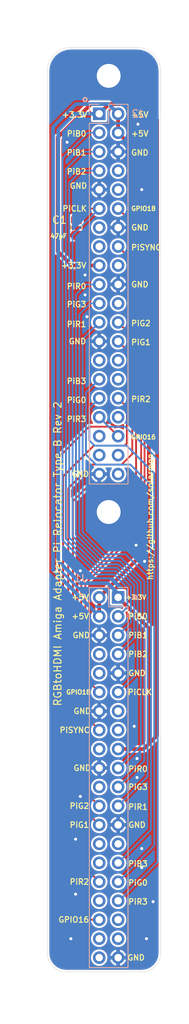
<source format=kicad_pcb>
(kicad_pcb (version 20171130) (host pcbnew "(5.1.9)-1")
  (title_block (title "RGBtoHDMI Amiga Adapter - Pi Relocator Type B Rev 2") (date 2021-04-11) (rev 2))
  (layers (0 F.Cu signal) (31 B.Cu signal) (34 B.Paste user) (35 F.Paste user) (36 B.SilkS user) (37 F.SilkS user) (38 B.Mask user) (39 F.Mask user) (44 Edge.Cuts user))
  (net 0 "")
  (net 1 GND)
  (net 2 "Net-(J1-Pad40)")
  (net 3 "Net-(J1-Pad38)")
  (net 4 "Net-(J1-Pad37)")
  (net 5 "Net-(J1-Pad35)")
  (net 6 "Net-(J1-Pad34)")
  (net 7 "Net-(J1-Pad30)")
  (net 8 "Net-(J1-Pad28)")
  (net 9 "Net-(J1-Pad27)")
  (net 10 "Net-(J1-Pad22)")
  (net 11 "Net-(J1-Pad18)")
  (net 12 "Net-(J1-Pad10)")
  (net 13 "Net-(J1-Pad8)")
  (net 14 "Net-(J2-Pad40)")
  (net 15 "Net-(J2-Pad38)")
  (net 16 "Net-(J2-Pad37)")
  (net 17 "Net-(J2-Pad35)")
  (net 18 "Net-(J2-Pad34)")
  (net 19 "Net-(J2-Pad30)")
  (net 20 "Net-(J2-Pad28)")
  (net 21 "Net-(J2-Pad27)")
  (net 22 "Net-(J2-Pad22)")
  (net 23 "Net-(J2-Pad18)")
  (net 24 "Net-(J2-Pad15)")
  (net 25 "Net-(J2-Pad13)")
  (net 26 "Net-(J2-Pad10)")
  (net 27 "Net-(J2-Pad8)")
  (net 28 "Net-(J1-Pad15)")
  (net 29 "Net-(J1-Pad13)")
  (net 30 +5V)
  (net 31 GPIO16)
  (net 32 PiR3)
  (net 33 PiR2)
  (net 34 PiG0)
  (net 35 PiB3)
  (net 36 PiG1)
  (net 37 PiG2)
  (net 38 PiR1)
  (net 39 PiG3)
  (net 40 PiR0)
  (net 41 PiSYNC)
  (net 42 GPIO18)
  (net 43 PiCLK)
  (net 44 PiB2)
  (net 45 PiB1)
  (net 46 PiB0)
  (net 47 +3V3)
  (module Capacitor_SMD:C_0805_2012Metric_Pad1.18x1.45mm_HandSolder (layer F.Cu) (at 129.667 58.42 90)
    (fp_text reference C1 (at 1.016 -2.286 180) (layer F.SilkS))
    (fp_text value 47pF (at -1.143 -2.413 180) (layer F.SilkS) (effects (font (size 0.6 0.6))))
    (fp_line (start -0.261252 -0.735) (end 0.261252 -0.735) (layer F.SilkS) (width 0.12))
    (fp_line (start -0.261252 0.735) (end 0.261252 0.735) (layer F.SilkS) (width 0.12))
    (pad 2 smd roundrect (at 1.0375 0 90) (size 1.175 1.45) (layers F.Cu F.Paste F.Mask) (roundrect_rratio 0.2127659574468085) (net 43 PiCLK))
    (pad 1 smd roundrect (at -1.0375 0 90) (size 1.175 1.45) (layers F.Cu F.Paste F.Mask) (roundrect_rratio 0.2127659574468085) (net 1 GND))
  )
  (module Connector_PinSocket_2.54mm:PinSocket_2x20_P2.54mm_Vertical (layer B.Cu) (at 132.715 43.18 180)
    (fp_text reference J2 (at -5.207 0) (layer B.SilkS) (effects (justify mirror)))
    (fp_text value Conn_02x20_Odd_Even hide)
    (fp_line (start -3.87 1.27) (end -1.27 1.27) (layer B.SilkS) (width 0.12))
    (fp_line (start -3.87 1.27) (end -3.87 -49.59) (layer B.SilkS) (width 0.12))
    (fp_line (start -3.87 -49.59) (end 1.33 -49.59) (layer B.SilkS) (width 0.12))
    (fp_line (start 1.33 -1.27) (end 1.33 -49.59) (layer B.SilkS) (width 0.12))
    (fp_line (start -1.27 -1.27) (end 1.33 -1.27) (layer B.SilkS) (width 0.12))
    (fp_line (start -1.27 1.27) (end -1.27 -1.27) (layer B.SilkS) (width 0.12))
    (fp_line (start 1.33 1.27) (end 1.33 -0.06) (layer B.SilkS) (width 0.12))
    (fp_line (start 0 1.27) (end 1.33 1.27) (layer B.SilkS) (width 0.12))
    (pad 40 thru_hole oval (at -2.54 -48.26 180) (size 1.7 1.7) (drill 1) (layers *.Cu *.Mask) (net 14 "Net-(J2-Pad40)"))
    (pad 39 thru_hole oval (at 0 -48.26 180) (size 1.7 1.7) (drill 1) (layers *.Cu *.Mask) (net 1 GND))
    (pad 38 thru_hole oval (at -2.54 -45.72 180) (size 1.7 1.7) (drill 1) (layers *.Cu *.Mask) (net 15 "Net-(J2-Pad38)"))
    (pad 37 thru_hole oval (at 0 -45.72 180) (size 1.7 1.7) (drill 1) (layers *.Cu *.Mask) (net 16 "Net-(J2-Pad37)"))
    (pad 36 thru_hole oval (at -2.54 -43.18 180) (size 1.7 1.7) (drill 1) (layers *.Cu *.Mask) (net 31 GPIO16))
    (pad 35 thru_hole oval (at 0 -43.18 180) (size 1.7 1.7) (drill 1) (layers *.Cu *.Mask) (net 17 "Net-(J2-Pad35)"))
    (pad 34 thru_hole oval (at -2.54 -40.64 180) (size 1.7 1.7) (drill 1) (layers *.Cu *.Mask) (net 18 "Net-(J2-Pad34)"))
    (pad 33 thru_hole oval (at 0 -40.64 180) (size 1.7 1.7) (drill 1) (layers *.Cu *.Mask) (net 32 PiR3))
    (pad 32 thru_hole oval (at -2.54 -38.1 180) (size 1.7 1.7) (drill 1) (layers *.Cu *.Mask) (net 33 PiR2))
    (pad 31 thru_hole oval (at 0 -38.1 180) (size 1.7 1.7) (drill 1) (layers *.Cu *.Mask) (net 34 PiG0))
    (pad 30 thru_hole oval (at -2.54 -35.56 180) (size 1.7 1.7) (drill 1) (layers *.Cu *.Mask) (net 19 "Net-(J2-Pad30)"))
    (pad 29 thru_hole oval (at 0 -35.56 180) (size 1.7 1.7) (drill 1) (layers *.Cu *.Mask) (net 35 PiB3))
    (pad 28 thru_hole oval (at -2.54 -33.02 180) (size 1.7 1.7) (drill 1) (layers *.Cu *.Mask) (net 20 "Net-(J2-Pad28)"))
    (pad 27 thru_hole oval (at 0 -33.02 180) (size 1.7 1.7) (drill 1) (layers *.Cu *.Mask) (net 21 "Net-(J2-Pad27)"))
    (pad 26 thru_hole oval (at -2.54 -30.48 180) (size 1.7 1.7) (drill 1) (layers *.Cu *.Mask) (net 36 PiG1))
    (pad 25 thru_hole oval (at 0 -30.48 180) (size 1.7 1.7) (drill 1) (layers *.Cu *.Mask) (net 1 GND))
    (pad 24 thru_hole oval (at -2.54 -27.94 180) (size 1.7 1.7) (drill 1) (layers *.Cu *.Mask) (net 37 PiG2))
    (pad 23 thru_hole oval (at 0 -27.94 180) (size 1.7 1.7) (drill 1) (layers *.Cu *.Mask) (net 38 PiR1))
    (pad 22 thru_hole oval (at -2.54 -25.4 180) (size 1.7 1.7) (drill 1) (layers *.Cu *.Mask) (net 22 "Net-(J2-Pad22)"))
    (pad 21 thru_hole oval (at 0 -25.4 180) (size 1.7 1.7) (drill 1) (layers *.Cu *.Mask) (net 39 PiG3))
    (pad 20 thru_hole oval (at -2.54 -22.86 180) (size 1.7 1.7) (drill 1) (layers *.Cu *.Mask) (net 1 GND))
    (pad 19 thru_hole oval (at 0 -22.86 180) (size 1.7 1.7) (drill 1) (layers *.Cu *.Mask) (net 40 PiR0))
    (pad 18 thru_hole oval (at -2.54 -20.32 180) (size 1.7 1.7) (drill 1) (layers *.Cu *.Mask) (net 23 "Net-(J2-Pad18)"))
    (pad 17 thru_hole oval (at 0 -20.32 180) (size 1.7 1.7) (drill 1) (layers *.Cu *.Mask) (net 47 +3V3))
    (pad 16 thru_hole oval (at -2.54 -17.78 180) (size 1.7 1.7) (drill 1) (layers *.Cu *.Mask) (net 41 PiSYNC))
    (pad 15 thru_hole oval (at 0 -17.78 180) (size 1.7 1.7) (drill 1) (layers *.Cu *.Mask) (net 24 "Net-(J2-Pad15)"))
    (pad 14 thru_hole oval (at -2.54 -15.24 180) (size 1.7 1.7) (drill 1) (layers *.Cu *.Mask) (net 1 GND))
    (pad 13 thru_hole oval (at 0 -15.24 180) (size 1.7 1.7) (drill 1) (layers *.Cu *.Mask) (net 25 "Net-(J2-Pad13)"))
    (pad 12 thru_hole oval (at -2.54 -12.7 180) (size 1.7 1.7) (drill 1) (layers *.Cu *.Mask) (net 42 GPIO18))
    (pad 11 thru_hole oval (at 0 -12.7 180) (size 1.7 1.7) (drill 1) (layers *.Cu *.Mask) (net 43 PiCLK))
    (pad 10 thru_hole oval (at -2.54 -10.16 180) (size 1.7 1.7) (drill 1) (layers *.Cu *.Mask) (net 26 "Net-(J2-Pad10)"))
    (pad 9 thru_hole oval (at 0 -10.16 180) (size 1.7 1.7) (drill 1) (layers *.Cu *.Mask) (net 1 GND))
    (pad 8 thru_hole oval (at -2.54 -7.62 180) (size 1.7 1.7) (drill 1) (layers *.Cu *.Mask) (net 27 "Net-(J2-Pad8)"))
    (pad 7 thru_hole oval (at 0 -7.62 180) (size 1.7 1.7) (drill 1) (layers *.Cu *.Mask) (net 44 PiB2))
    (pad 6 thru_hole oval (at -2.54 -5.08 180) (size 1.7 1.7) (drill 1) (layers *.Cu *.Mask) (net 1 GND))
    (pad 5 thru_hole oval (at 0 -5.08 180) (size 1.7 1.7) (drill 1) (layers *.Cu *.Mask) (net 45 PiB1))
    (pad 4 thru_hole oval (at -2.54 -2.54 180) (size 1.7 1.7) (drill 1) (layers *.Cu *.Mask) (net 30 +5V))
    (pad 3 thru_hole oval (at 0 -2.54 180) (size 1.7 1.7) (drill 1) (layers *.Cu *.Mask) (net 46 PiB0))
    (pad 2 thru_hole oval (at -2.54 0 180) (size 1.7 1.7) (drill 1) (layers *.Cu *.Mask) (net 30 +5V))
    (pad 1 thru_hole rect (at 0 0 180) (size 1.7 1.7) (drill 1) (layers *.Cu *.Mask) (net 47 +3V3))
  )
  (module MountingHole:MountingHole_3.2mm_M3_ISO7380_Pad (layer F.Cu) (at 133.985 96.52)
    (fp_text reference H2 hide)
    (fp_text value MountingHole_Pad hide)
    (pad 1 thru_hole circle (at 0 0) (size 5.7 5.7) (drill 3.2) (layers *.Cu *.Mask) (net 1 GND))
  )
  (module MountingHole:MountingHole_3.2mm_M3_ISO7380_Pad (layer F.Cu) (at 133.985 38.1)
    (fp_text reference H1 hide)
    (fp_text value MountingHole_Pad hide)
    (pad 1 thru_hole circle (at 0 0) (size 5.7 5.7) (drill 3.2) (layers *.Cu *.Mask) (net 1 GND))
  )
  (module Connector_PinHeader_2.54mm:PinHeader_2x20_P2.54mm_Vertical (layer B.Cu) (at 135.255 107.95 180)
    (fp_text reference J1 (at 5.08 2.54) (layer B.SilkS) (effects (justify mirror)))
    (fp_text value Conn_02x20_Odd_Even)
    (fp_line (start -1.33 -49.59) (end 3.87 -49.59) (layer B.SilkS) (width 0.12))
    (fp_line (start -1.33 -1.27) (end -1.33 -49.59) (layer B.SilkS) (width 0.12))
    (fp_line (start 3.87 1.33) (end 3.87 -49.59) (layer B.SilkS) (width 0.12))
    (fp_line (start -1.33 -1.27) (end 1.27 -1.27) (layer B.SilkS) (width 0.12))
    (fp_line (start 1.27 -1.27) (end 1.27 1.33) (layer B.SilkS) (width 0.12))
    (fp_line (start 1.27 1.33) (end 3.87 1.33) (layer B.SilkS) (width 0.12))
    (fp_line (start -1.33 0) (end -1.33 1.33) (layer B.SilkS) (width 0.12))
    (fp_line (start -1.33 1.33) (end 0 1.33) (layer B.SilkS) (width 0.12))
    (pad 40 thru_hole oval (at 2.54 -48.26 180) (size 1.7 1.7) (drill 1) (layers *.Cu *.Mask) (net 2 "Net-(J1-Pad40)"))
    (pad 39 thru_hole oval (at 0 -48.26 180) (size 1.7 1.7) (drill 1) (layers *.Cu *.Mask) (net 1 GND))
    (pad 38 thru_hole oval (at 2.54 -45.72 180) (size 1.7 1.7) (drill 1) (layers *.Cu *.Mask) (net 3 "Net-(J1-Pad38)"))
    (pad 37 thru_hole oval (at 0 -45.72 180) (size 1.7 1.7) (drill 1) (layers *.Cu *.Mask) (net 4 "Net-(J1-Pad37)"))
    (pad 36 thru_hole oval (at 2.54 -43.18 180) (size 1.7 1.7) (drill 1) (layers *.Cu *.Mask) (net 31 GPIO16))
    (pad 35 thru_hole oval (at 0 -43.18 180) (size 1.7 1.7) (drill 1) (layers *.Cu *.Mask) (net 5 "Net-(J1-Pad35)"))
    (pad 34 thru_hole oval (at 2.54 -40.64 180) (size 1.7 1.7) (drill 1) (layers *.Cu *.Mask) (net 6 "Net-(J1-Pad34)"))
    (pad 33 thru_hole oval (at 0 -40.64 180) (size 1.7 1.7) (drill 1) (layers *.Cu *.Mask) (net 32 PiR3))
    (pad 32 thru_hole oval (at 2.54 -38.1 180) (size 1.7 1.7) (drill 1) (layers *.Cu *.Mask) (net 33 PiR2))
    (pad 31 thru_hole oval (at 0 -38.1 180) (size 1.7 1.7) (drill 1) (layers *.Cu *.Mask) (net 34 PiG0))
    (pad 30 thru_hole oval (at 2.54 -35.56 180) (size 1.7 1.7) (drill 1) (layers *.Cu *.Mask) (net 7 "Net-(J1-Pad30)"))
    (pad 29 thru_hole oval (at 0 -35.56 180) (size 1.7 1.7) (drill 1) (layers *.Cu *.Mask) (net 35 PiB3))
    (pad 28 thru_hole oval (at 2.54 -33.02 180) (size 1.7 1.7) (drill 1) (layers *.Cu *.Mask) (net 8 "Net-(J1-Pad28)"))
    (pad 27 thru_hole oval (at 0 -33.02 180) (size 1.7 1.7) (drill 1) (layers *.Cu *.Mask) (net 9 "Net-(J1-Pad27)"))
    (pad 26 thru_hole oval (at 2.54 -30.48 180) (size 1.7 1.7) (drill 1) (layers *.Cu *.Mask) (net 36 PiG1))
    (pad 25 thru_hole oval (at 0 -30.48 180) (size 1.7 1.7) (drill 1) (layers *.Cu *.Mask) (net 1 GND))
    (pad 24 thru_hole oval (at 2.54 -27.94 180) (size 1.7 1.7) (drill 1) (layers *.Cu *.Mask) (net 37 PiG2))
    (pad 23 thru_hole oval (at 0 -27.94 180) (size 1.7 1.7) (drill 1) (layers *.Cu *.Mask) (net 38 PiR1))
    (pad 22 thru_hole oval (at 2.54 -25.4 180) (size 1.7 1.7) (drill 1) (layers *.Cu *.Mask) (net 10 "Net-(J1-Pad22)"))
    (pad 21 thru_hole oval (at 0 -25.4 180) (size 1.7 1.7) (drill 1) (layers *.Cu *.Mask) (net 39 PiG3))
    (pad 20 thru_hole oval (at 2.54 -22.86 180) (size 1.7 1.7) (drill 1) (layers *.Cu *.Mask) (net 1 GND))
    (pad 19 thru_hole oval (at 0 -22.86 180) (size 1.7 1.7) (drill 1) (layers *.Cu *.Mask) (net 40 PiR0))
    (pad 18 thru_hole oval (at 2.54 -20.32 180) (size 1.7 1.7) (drill 1) (layers *.Cu *.Mask) (net 11 "Net-(J1-Pad18)"))
    (pad 17 thru_hole oval (at 0 -20.32 180) (size 1.7 1.7) (drill 1) (layers *.Cu *.Mask) (net 47 +3V3))
    (pad 16 thru_hole oval (at 2.54 -17.78 180) (size 1.7 1.7) (drill 1) (layers *.Cu *.Mask) (net 41 PiSYNC))
    (pad 15 thru_hole oval (at 0 -17.78 180) (size 1.7 1.7) (drill 1) (layers *.Cu *.Mask) (net 28 "Net-(J1-Pad15)"))
    (pad 14 thru_hole oval (at 2.54 -15.24 180) (size 1.7 1.7) (drill 1) (layers *.Cu *.Mask) (net 1 GND))
    (pad 13 thru_hole oval (at 0 -15.24 180) (size 1.7 1.7) (drill 1) (layers *.Cu *.Mask) (net 29 "Net-(J1-Pad13)"))
    (pad 12 thru_hole oval (at 2.54 -12.7 180) (size 1.7 1.7) (drill 1) (layers *.Cu *.Mask) (net 42 GPIO18))
    (pad 11 thru_hole oval (at 0 -12.7 180) (size 1.7 1.7) (drill 1) (layers *.Cu *.Mask) (net 43 PiCLK))
    (pad 10 thru_hole oval (at 2.54 -10.16 180) (size 1.7 1.7) (drill 1) (layers *.Cu *.Mask) (net 12 "Net-(J1-Pad10)"))
    (pad 9 thru_hole oval (at 0 -10.16 180) (size 1.7 1.7) (drill 1) (layers *.Cu *.Mask) (net 1 GND))
    (pad 8 thru_hole oval (at 2.54 -7.62 180) (size 1.7 1.7) (drill 1) (layers *.Cu *.Mask) (net 13 "Net-(J1-Pad8)"))
    (pad 7 thru_hole oval (at 0 -7.62 180) (size 1.7 1.7) (drill 1) (layers *.Cu *.Mask) (net 44 PiB2))
    (pad 6 thru_hole oval (at 2.54 -5.08 180) (size 1.7 1.7) (drill 1) (layers *.Cu *.Mask) (net 1 GND))
    (pad 5 thru_hole oval (at 0 -5.08 180) (size 1.7 1.7) (drill 1) (layers *.Cu *.Mask) (net 45 PiB1))
    (pad 4 thru_hole oval (at 2.54 -2.54 180) (size 1.7 1.7) (drill 1) (layers *.Cu *.Mask) (net 30 +5V))
    (pad 3 thru_hole oval (at 0 -2.54 180) (size 1.7 1.7) (drill 1) (layers *.Cu *.Mask) (net 46 PiB0))
    (pad 2 thru_hole oval (at 2.54 0 180) (size 1.7 1.7) (drill 1) (layers *.Cu *.Mask) (net 30 +5V))
    (pad 1 thru_hole rect (at 0 0 180) (size 1.7 1.7) (drill 1) (layers *.Cu *.Mask) (net 47 +3V3))
  )
  (gr_text +3.3V (at 129.286 63.5) (layer F.SilkS) (effects (font (size 0.75 0.75))))
  (gr_text +3.3V (at 129.413 43.307) (layer F.SilkS) (effects (font (size 0.75 0.75))))
  (gr_text GND (at 138.176 58.42) (layer F.SilkS) (effects (font (size 0.75 0.75))))
  (gr_text GND (at 138.176 66.04) (layer F.SilkS) (effects (font (size 0.75 0.75))))
  (gr_text GND (at 129.794 73.66) (layer F.SilkS) (effects (font (size 0.75 0.75))))
  (gr_text GND (at 130.175 91.44) (layer F.SilkS) (effects (font (size 0.75 0.75))))
  (gr_text GND (at 137.668 156.21) (layer F.SilkS) (effects (font (size 0.75 0.75))))
  (gr_text GND (at 137.795 138.43) (layer F.SilkS) (effects (font (size 0.75 0.75))))
  (gr_text GND (at 130.429 130.81) (layer F.SilkS) (effects (font (size 0.75 0.75))))
  (gr_text GND (at 130.429 123.19) (layer F.SilkS) (effects (font (size 0.75 0.75))))
  (gr_text +3.3V (at 137.668 107.95) (layer F.SilkS) (effects (font (size 0.6 0.6))))
  (gr_text GND (at 138.176 48.387) (layer F.SilkS) (effects (font (size 0.75 0.75))))
  (gr_text +5V (at 138.176 45.847) (layer F.SilkS) (effects (font (size 0.75 0.75))))
  (gr_text +5V (at 138.176 43.307) (layer F.SilkS) (effects (font (size 0.75 0.75))))
  (gr_text GPIO18 (at 138.661714 55.88) (layer F.SilkS) (effects (font (size 0.6 0.6))))
  (gr_text GPIO16 (at 138.661714 86.487) (layer F.SilkS) (effects (font (size 0.6 0.6))))
  (gr_text PiSYNC (at 139.033143 61.087) (layer F.SilkS) (effects (font (size 0.75 0.75))))
  (gr_text PiG2 (at 138.318857 71.247) (layer F.SilkS) (effects (font (size 0.75 0.75))))
  (gr_text PiG1 (at 138.318857 73.787) (layer F.SilkS) (effects (font (size 0.75 0.75))))
  (gr_text PiR2 (at 138.318857 81.407) (layer F.SilkS) (effects (font (size 0.75 0.75))))
  (gr_text PiB0 (at 129.667 45.847) (layer F.SilkS) (effects (font (size 0.75 0.75))))
  (gr_text PiB1 (at 129.667 48.387) (layer F.SilkS) (effects (font (size 0.75 0.75))))
  (gr_text PiCLK (at 129.413 55.88) (layer F.SilkS) (effects (font (size 0.75 0.75))))
  (gr_text GND (at 129.921 52.832) (layer F.SilkS) (effects (font (size 0.75 0.75))))
  (gr_text PiB2 (at 129.667 50.927) (layer F.SilkS) (effects (font (size 0.75 0.75))))
  (gr_text PiR3 (at 129.667 84.074) (layer F.SilkS) (effects (font (size 0.75 0.75))))
  (gr_text PiR1 (at 129.667 71.374) (layer F.SilkS) (effects (font (size 0.75 0.75))))
  (gr_text PiR0 (at 129.667 66.294) (layer F.SilkS) (effects (font (size 0.75 0.75))))
  (gr_text PiG3 (at 129.667 68.707) (layer F.SilkS) (effects (font (size 0.75 0.75))))
  (gr_text PiG0 (at 129.667 81.534) (layer F.SilkS) (effects (font (size 0.75 0.75))))
  (gr_text PiB3 (at 129.667 78.994) (layer F.SilkS) (effects (font (size 0.75 0.75))))
  (gr_text GPIO16 (at 129.286 151.13) (layer F.SilkS) (effects (font (size 0.75 0.75))))
  (gr_text PiR3 (at 137.922 148.717) (layer F.SilkS) (effects (font (size 0.75 0.75))))
  (gr_text PiR2 (at 130.048 146.05) (layer F.SilkS) (effects (font (size 0.75 0.75))))
  (gr_text PiG0 (at 137.922 146.177) (layer F.SilkS) (effects (font (size 0.75 0.75))))
  (gr_text PiB3 (at 137.922 143.637) (layer F.SilkS) (effects (font (size 0.75 0.75))))
  (gr_text PiG1 (at 130.048 138.43) (layer F.SilkS) (effects (font (size 0.75 0.75))))
  (gr_text PiG2 (at 130.048 135.89) (layer F.SilkS) (effects (font (size 0.75 0.75))))
  (gr_text PiR1 (at 137.922 136.017) (layer F.SilkS) (effects (font (size 0.75 0.75))))
  (gr_text PiG3 (at 137.922 133.35) (layer F.SilkS) (effects (font (size 0.75 0.75))))
  (gr_text PiR0 (at 137.922 130.937) (layer F.SilkS) (effects (font (size 0.75 0.75))))
  (gr_text PiSYNC (at 129.413 125.73) (layer F.SilkS) (effects (font (size 0.75 0.75))))
  (gr_text GPIO18 (at 129.921 120.65) (layer F.SilkS) (effects (font (size 0.6 0.6))))
  (gr_text PiCLK (at 138.176 120.65) (layer F.SilkS) (effects (font (size 0.75 0.75))))
  (gr_text GND (at 137.795 118.11) (layer F.SilkS) (effects (font (size 0.75 0.75))))
  (gr_text PiB2 (at 137.922 115.57) (layer F.SilkS) (effects (font (size 0.75 0.75))))
  (gr_text PiB0 (at 137.922 110.49) (layer F.SilkS) (effects (font (size 0.75 0.75))))
  (gr_text PiB1 (at 137.922 113.03) (layer F.SilkS) (effects (font (size 0.75 0.75))))
  (gr_text GND (at 130.302 113.03) (layer F.SilkS) (effects (font (size 0.75 0.75))))
  (gr_text +5V (at 130.175 110.49) (layer F.SilkS) (effects (font (size 0.75 0.75))))
  (gr_text +5V (at 130.175 107.95) (layer F.SilkS) (effects (font (size 0.75 0.75))))
  (gr_circle (center 130.81 41.275) (end 131.064 41.275) (layer B.SilkS) (width 0.2))
  (gr_arc (start 128.27 155.575) (end 125.73 155.575) (angle -90) (layer Edge.Cuts) (width 0.05))
  (gr_line (start 128.27 158.115) (end 138.43 158.115) (layer Edge.Cuts) (width 0.05))
  (gr_line (start 125.73 37.465) (end 125.73 155.575) (layer Edge.Cuts) (width 0.05))
  (gr_line (start 137.795 34.29) (end 128.905 34.29) (layer Edge.Cuts) (width 0.05))
  (gr_arc (start 128.905 37.465) (end 128.905 34.29) (angle -90) (layer Edge.Cuts) (width 0.05))
  (gr_text https://github.com/solarmon (at 139.573 97.155 90) (layer F.SilkS) (effects (font (size 0.75 0.75))))
  (gr_circle (center 137.541 107.95) (end 137.795 107.95) (layer B.SilkS) (width 0.2))
  (gr_text "RGBtoHDMI Amiga Adapter Pi Relocator Type B Rev 2" (at 127.127 102.108 90) (layer F.SilkS) (effects (font (size 1 1))))
  (gr_arc (start 137.795 37.465) (end 140.97 37.465) (angle -90) (layer Edge.Cuts) (width 0.05))
  (gr_arc (start 138.43 155.575) (end 138.43 158.115) (angle -90) (layer Edge.Cuts) (width 0.05))
  (gr_line (start 140.97 155.575) (end 140.97 37.465) (layer Edge.Cuts) (width 0.05))
  (via (at 128.397 46.99) (size 0.8) (drill 0.4) (layers F.Cu B.Cu) (net 1))
  (via (at 138.43 53.34) (size 0.8) (drill 0.4) (layers F.Cu B.Cu) (net 1))
  (via (at 130.81 64.77) (size 0.8) (drill 0.4) (layers F.Cu B.Cu) (net 1))
  (via (at 129.54 147.701) (size 0.8) (drill 0.4) (layers F.Cu B.Cu) (net 1))
  (via (at 129.54 140.335) (size 0.8) (drill 0.4) (layers F.Cu B.Cu) (net 1))
  (via (at 130.175 134.62) (size 0.8) (drill 0.4) (layers F.Cu B.Cu) (net 1))
  (via (at 138.43 141.605) (size 0.8) (drill 0.4) (layers F.Cu B.Cu) (net 1))
  (via (at 138.43 144.145) (size 0.8) (drill 0.4) (layers F.Cu B.Cu) (net 1))
  (via (at 137.795 132.08) (size 0.8) (drill 0.4) (layers F.Cu B.Cu) (net 1))
  (via (at 137.795 129.54) (size 0.8) (drill 0.4) (layers F.Cu B.Cu) (net 1))
  (via (at 137.414 125.222) (size 0.8) (drill 0.4) (layers F.Cu B.Cu) (net 1))
  (via (at 131.064 70.358) (size 0.8) (drill 0.4) (layers F.Cu B.Cu) (net 1))
  (via (at 130.81 67.437) (size 0.8) (drill 0.4) (layers F.Cu B.Cu) (net 1))
  (via (at 137.922 44.577) (size 0.8) (drill 0.4) (layers F.Cu B.Cu) (net 1))
  (via (at 128.905 153.67) (size 0.8) (drill 0.4) (layers F.Cu B.Cu) (net 1))
  (via (at 139.065 153.67) (size 0.8) (drill 0.4) (layers F.Cu B.Cu) (net 1))
  (via (at 139.954 148.717) (size 0.8) (drill 0.4) (layers F.Cu B.Cu) (net 1))
  (via (at 137.668 100.965) (size 0.8) (drill 0.4) (layers F.Cu B.Cu) (net 1))
  (via (at 138.811 103.124) (size 0.8) (drill 0.4) (layers F.Cu B.Cu) (net 1))
  (via (at 130.175 104.394) (size 0.8) (drill 0.4) (layers F.Cu B.Cu) (net 1))
  (segment (start 135.255 43.18) (end 135.255 45.72) (width 0.5) (layer F.Cu) (net 30))
  (segment (start 132.715 107.95) (end 132.715 110.49) (width 0.5) (layer F.Cu) (net 30))
  (segment (start 132.715 107.95) (end 139.380988 101.284012) (width 0.5) (layer F.Cu) (net 30))
  (segment (start 139.380988 49.845988) (end 135.255 45.72) (width 0.5) (layer F.Cu) (net 30))
  (segment (start 139.380988 101.284012) (end 139.380988 49.845988) (width 0.5) (layer F.Cu) (net 30))
  (segment (start 126.509902 104.284902) (end 126.509902 44.940098) (width 0.5) (layer B.Cu) (net 30))
  (segment (start 129.570001 41.879999) (end 133.954999 41.879999) (width 0.5) (layer B.Cu) (net 30))
  (segment (start 133.954999 41.879999) (end 135.255 43.18) (width 0.5) (layer B.Cu) (net 30))
  (segment (start 126.509902 44.940098) (end 129.570001 41.879999) (width 0.5) (layer B.Cu) (net 30))
  (segment (start 132.715 110.49) (end 126.509902 104.284902) (width 0.5) (layer B.Cu) (net 30))
  (segment (start 134.405001 85.510001) (end 135.255 86.36) (width 0.25) (layer F.Cu) (net 31))
  (segment (start 133.985 85.09) (end 134.405001 85.510001) (width 0.25) (layer F.Cu) (net 31))
  (segment (start 131.3688 85.09) (end 133.985 85.09) (width 0.25) (layer F.Cu) (net 31))
  (segment (start 129.919589 151.13) (end 127.315345 148.525756) (width 0.25) (layer F.Cu) (net 31))
  (segment (start 132.715 151.13) (end 129.919589 151.13) (width 0.25) (layer F.Cu) (net 31))
  (segment (start 127.315345 148.525756) (end 127.315345 89.143455) (width 0.25) (layer F.Cu) (net 31))
  (segment (start 127.315345 89.143455) (end 131.3688 85.09) (width 0.25) (layer F.Cu) (net 31))
  (segment (start 135.382 148.59) (end 135.255 148.59) (width 0.25) (layer B.Cu) (net 32))
  (segment (start 140.5636 143.4084) (end 135.382 148.59) (width 0.25) (layer B.Cu) (net 32))
  (segment (start 140.5636 89.4334) (end 140.5636 143.4084) (width 0.25) (layer B.Cu) (net 32))
  (segment (start 136.2202 85.09) (end 140.5636 89.4334) (width 0.25) (layer B.Cu) (net 32))
  (segment (start 133.985 85.09) (end 136.2202 85.09) (width 0.25) (layer B.Cu) (net 32))
  (segment (start 132.715 83.82) (end 133.985 85.09) (width 0.25) (layer B.Cu) (net 32))
  (segment (start 131.865001 145.200001) (end 132.715 146.05) (width 0.25) (layer F.Cu) (net 33))
  (segment (start 127.870791 141.205791) (end 131.865001 145.200001) (width 0.25) (layer F.Cu) (net 33))
  (segment (start 127.870791 91.737609) (end 127.870791 141.205791) (width 0.25) (layer F.Cu) (net 33))
  (segment (start 131.9784 87.63) (end 127.870791 91.737609) (width 0.25) (layer F.Cu) (net 33))
  (segment (start 136.106402 87.63) (end 131.9784 87.63) (width 0.25) (layer F.Cu) (net 33))
  (segment (start 136.430001 87.306401) (end 136.106402 87.63) (width 0.25) (layer F.Cu) (net 33))
  (segment (start 136.430001 82.455001) (end 136.430001 87.306401) (width 0.25) (layer F.Cu) (net 33))
  (segment (start 135.255 81.28) (end 136.430001 82.455001) (width 0.25) (layer F.Cu) (net 33))
  (segment (start 132.715 81.28) (end 131.385012 82.609988) (width 0.25) (layer B.Cu) (net 34))
  (segment (start 136.398 87.63) (end 140.113589 91.345589) (width 0.25) (layer B.Cu) (net 34))
  (segment (start 131.385012 82.609988) (end 131.385012 86.935012) (width 0.25) (layer B.Cu) (net 34))
  (segment (start 131.385012 86.935012) (end 132.08 87.63) (width 0.25) (layer B.Cu) (net 34))
  (segment (start 140.113589 141.191411) (end 136.104999 145.200001) (width 0.25) (layer B.Cu) (net 34))
  (segment (start 132.08 87.63) (end 136.398 87.63) (width 0.25) (layer B.Cu) (net 34))
  (segment (start 136.104999 145.200001) (end 135.255 146.05) (width 0.25) (layer B.Cu) (net 34))
  (segment (start 140.113589 91.345589) (end 140.113589 141.191411) (width 0.25) (layer B.Cu) (net 34))
  (segment (start 132.268065 90.17) (end 136.906 90.17) (width 0.25) (layer B.Cu) (net 35))
  (segment (start 130.935001 88.836936) (end 132.268065 90.17) (width 0.25) (layer B.Cu) (net 35))
  (segment (start 139.663578 139.101422) (end 135.255 143.51) (width 0.25) (layer B.Cu) (net 35))
  (segment (start 130.935001 80.519999) (end 130.935001 88.836936) (width 0.25) (layer B.Cu) (net 35))
  (segment (start 132.715 78.74) (end 130.935001 80.519999) (width 0.25) (layer B.Cu) (net 35))
  (segment (start 139.663578 92.927578) (end 139.663578 139.101422) (width 0.25) (layer B.Cu) (net 35))
  (segment (start 136.906 90.17) (end 139.663578 92.927578) (width 0.25) (layer B.Cu) (net 35))
  (segment (start 128.556589 93.337811) (end 128.556589 134.271589) (width 0.25) (layer F.Cu) (net 36))
  (segment (start 131.7244 90.17) (end 128.556589 93.337811) (width 0.25) (layer F.Cu) (net 36))
  (segment (start 135.724002 90.17) (end 131.7244 90.17) (width 0.25) (layer F.Cu) (net 36))
  (segment (start 137.16 88.734002) (end 135.724002 90.17) (width 0.25) (layer F.Cu) (net 36))
  (segment (start 137.16 75.565) (end 137.16 88.734002) (width 0.25) (layer F.Cu) (net 36))
  (segment (start 128.556589 134.271589) (end 132.715 138.43) (width 0.25) (layer F.Cu) (net 36))
  (segment (start 135.255 73.66) (end 137.16 75.565) (width 0.25) (layer F.Cu) (net 36))
  (segment (start 131.2926 92.964) (end 129.1844 95.0722) (width 0.25) (layer F.Cu) (net 37))
  (segment (start 136.2202 92.964) (end 131.2926 92.964) (width 0.25) (layer F.Cu) (net 37))
  (segment (start 137.668 91.5162) (end 136.2202 92.964) (width 0.25) (layer F.Cu) (net 37))
  (segment (start 129.1844 132.3594) (end 132.715 135.89) (width 0.25) (layer F.Cu) (net 37))
  (segment (start 137.668 73.5076) (end 137.668 91.5162) (width 0.25) (layer F.Cu) (net 37))
  (segment (start 129.1844 95.0722) (end 129.1844 132.3594) (width 0.25) (layer F.Cu) (net 37))
  (segment (start 136.455401 72.295001) (end 137.668 73.5076) (width 0.25) (layer F.Cu) (net 37))
  (segment (start 136.430001 72.295001) (end 136.455401 72.295001) (width 0.25) (layer F.Cu) (net 37))
  (segment (start 135.255 71.12) (end 136.430001 72.295001) (width 0.25) (layer F.Cu) (net 37))
  (segment (start 130.48499 73.35001) (end 131.865001 71.969999) (width 0.25) (layer B.Cu) (net 38))
  (segment (start 135.255 135.89) (end 139.213567 131.931433) (width 0.25) (layer B.Cu) (net 38))
  (segment (start 136.2464 102.176534) (end 133.464076 102.176534) (width 0.25) (layer B.Cu) (net 38))
  (segment (start 131.865001 71.969999) (end 132.715 71.12) (width 0.25) (layer B.Cu) (net 38))
  (segment (start 133.464076 102.176534) (end 130.48499 99.197448) (width 0.25) (layer B.Cu) (net 38))
  (segment (start 139.213567 105.143701) (end 136.2464 102.176534) (width 0.25) (layer B.Cu) (net 38))
  (segment (start 139.213567 131.931433) (end 139.213567 105.143701) (width 0.25) (layer B.Cu) (net 38))
  (segment (start 130.48499 99.197448) (end 130.48499 73.35001) (width 0.25) (layer B.Cu) (net 38))
  (segment (start 130.034979 99.383848) (end 130.034979 70.05794) (width 0.25) (layer B.Cu) (net 39))
  (segment (start 135.643723 102.626545) (end 133.277676 102.626545) (width 0.25) (layer B.Cu) (net 39))
  (segment (start 133.277676 102.626545) (end 130.034979 99.383848) (width 0.25) (layer B.Cu) (net 39))
  (segment (start 130.034979 70.05794) (end 131.512919 68.58) (width 0.25) (layer B.Cu) (net 39))
  (segment (start 138.763556 105.746378) (end 135.643723 102.626545) (width 0.25) (layer B.Cu) (net 39))
  (segment (start 135.255 133.35) (end 138.763556 129.841444) (width 0.25) (layer B.Cu) (net 39))
  (segment (start 131.512919 68.58) (end 132.715 68.58) (width 0.25) (layer B.Cu) (net 39))
  (segment (start 138.763556 129.841444) (end 138.763556 105.746378) (width 0.25) (layer B.Cu) (net 39))
  (segment (start 138.313545 127.751455) (end 138.313545 105.932778) (width 0.25) (layer B.Cu) (net 40))
  (segment (start 138.313545 105.932778) (end 135.457323 103.076556) (width 0.25) (layer B.Cu) (net 40))
  (segment (start 133.091276 103.076556) (end 129.584968 99.570248) (width 0.25) (layer B.Cu) (net 40))
  (segment (start 135.457323 103.076556) (end 133.091276 103.076556) (width 0.25) (layer B.Cu) (net 40))
  (segment (start 129.584968 67.392032) (end 130.937 66.04) (width 0.25) (layer B.Cu) (net 40))
  (segment (start 130.937 66.04) (end 132.715 66.04) (width 0.25) (layer B.Cu) (net 40))
  (segment (start 135.255 130.81) (end 138.313545 127.751455) (width 0.25) (layer B.Cu) (net 40))
  (segment (start 129.584968 99.570248) (end 129.584968 67.392032) (width 0.25) (layer B.Cu) (net 40))
  (segment (start 138.355966 97.969863) (end 138.355966 64.060966) (width 0.25) (layer F.Cu) (net 41))
  (segment (start 130.302 106.023829) (end 138.355966 97.969863) (width 0.25) (layer F.Cu) (net 41))
  (segment (start 130.302 123.317) (end 130.302 106.023829) (width 0.25) (layer F.Cu) (net 41))
  (segment (start 132.715 125.73) (end 130.302 123.317) (width 0.25) (layer F.Cu) (net 41))
  (segment (start 138.355966 64.060966) (end 135.255 60.96) (width 0.25) (layer F.Cu) (net 41))
  (segment (start 138.805977 59.430977) (end 135.255 55.88) (width 0.25) (layer F.Cu) (net 42))
  (segment (start 130.8608 106.10144) (end 138.805977 98.156263) (width 0.25) (layer F.Cu) (net 42))
  (segment (start 130.8608 118.7958) (end 130.8608 106.10144) (width 0.25) (layer F.Cu) (net 42))
  (segment (start 132.715 120.65) (end 130.8608 118.7958) (width 0.25) (layer F.Cu) (net 42))
  (segment (start 138.805977 98.156263) (end 138.805977 59.430977) (width 0.25) (layer F.Cu) (net 42))
  (segment (start 129.134957 59.460043) (end 132.715 55.88) (width 0.25) (layer B.Cu) (net 43))
  (segment (start 129.134957 99.756648) (end 129.134957 59.460043) (width 0.25) (layer B.Cu) (net 43))
  (segment (start 132.904876 103.526567) (end 129.134957 99.756648) (width 0.25) (layer B.Cu) (net 43))
  (segment (start 135.270923 103.526567) (end 132.904876 103.526567) (width 0.25) (layer B.Cu) (net 43))
  (segment (start 137.863534 106.119178) (end 135.270923 103.526567) (width 0.25) (layer B.Cu) (net 43))
  (segment (start 137.863534 118.041466) (end 137.863534 106.119178) (width 0.25) (layer B.Cu) (net 43))
  (segment (start 135.255 120.65) (end 137.863534 118.041466) (width 0.25) (layer B.Cu) (net 43))
  (segment (start 129.667 56.261) (end 129.667 57.3825) (width 0.25) (layer F.Cu) (net 43))
  (segment (start 130.048 55.88) (end 129.667 56.261) (width 0.25) (layer F.Cu) (net 43))
  (segment (start 132.715 55.88) (end 130.048 55.88) (width 0.25) (layer F.Cu) (net 43))
  (segment (start 130.302 50.8) (end 132.715 50.8) (width 0.25) (layer B.Cu) (net 44))
  (segment (start 132.718476 103.976578) (end 128.684946 99.943048) (width 0.25) (layer B.Cu) (net 44))
  (segment (start 128.684946 52.417054) (end 130.302 50.8) (width 0.25) (layer B.Cu) (net 44))
  (segment (start 128.684946 99.943048) (end 128.684946 52.417054) (width 0.25) (layer B.Cu) (net 44))
  (segment (start 135.084523 103.976578) (end 132.718476 103.976578) (width 0.25) (layer B.Cu) (net 44))
  (segment (start 137.413523 113.411477) (end 137.413523 106.305578) (width 0.25) (layer B.Cu) (net 44))
  (segment (start 137.413523 106.305578) (end 135.084523 103.976578) (width 0.25) (layer B.Cu) (net 44))
  (segment (start 135.255 115.57) (end 137.413523 113.411477) (width 0.25) (layer B.Cu) (net 44))
  (segment (start 128.234935 50.581065) (end 130.556 48.26) (width 0.25) (layer B.Cu) (net 45))
  (segment (start 132.532076 104.426589) (end 128.234935 100.129448) (width 0.25) (layer B.Cu) (net 45))
  (segment (start 130.556 48.26) (end 132.715 48.26) (width 0.25) (layer B.Cu) (net 45))
  (segment (start 134.898123 104.426589) (end 132.532076 104.426589) (width 0.25) (layer B.Cu) (net 45))
  (segment (start 136.963512 106.491978) (end 134.898123 104.426589) (width 0.25) (layer B.Cu) (net 45))
  (segment (start 128.234935 100.129448) (end 128.234935 50.581065) (width 0.25) (layer B.Cu) (net 45))
  (segment (start 136.963512 111.321488) (end 136.963512 106.491978) (width 0.25) (layer B.Cu) (net 45))
  (segment (start 135.255 113.03) (end 136.963512 111.321488) (width 0.25) (layer B.Cu) (net 45))
  (segment (start 136.513501 109.231499) (end 135.255 110.49) (width 0.25) (layer B.Cu) (net 46))
  (segment (start 136.513501 106.678378) (end 136.513501 109.231499) (width 0.25) (layer B.Cu) (net 46))
  (segment (start 134.711723 104.8766) (end 136.513501 106.678378) (width 0.25) (layer B.Cu) (net 46))
  (segment (start 132.345676 104.8766) (end 134.711723 104.8766) (width 0.25) (layer B.Cu) (net 46))
  (segment (start 127.784924 100.315848) (end 132.345676 104.8766) (width 0.25) (layer B.Cu) (net 46))
  (segment (start 127.784924 49.126076) (end 127.784924 100.315848) (width 0.25) (layer B.Cu) (net 46))
  (segment (start 131.191 45.72) (end 127.784924 49.126076) (width 0.25) (layer B.Cu) (net 46))
  (segment (start 132.715 45.72) (end 131.191 45.72) (width 0.25) (layer B.Cu) (net 46))
  (segment (start 134.015001 41.879999) (end 132.715 43.18) (width 0.5) (layer F.Cu) (net 47))
  (segment (start 134.462999 41.879999) (end 134.015001 41.879999) (width 0.5) (layer F.Cu) (net 47))
  (segment (start 135.255 107.95) (end 135.255 107.442) (width 0.5) (layer B.Cu) (net 47))
  (segment (start 135.255 107.442) (end 133.858 106.045) (width 0.5) (layer B.Cu) (net 47))
  (segment (start 133.858 106.045) (end 130.175 106.045) (width 0.5) (layer B.Cu) (net 47))
  (segment (start 127.209913 103.079913) (end 127.209913 45.383087) (width 0.5) (layer B.Cu) (net 47))
  (segment (start 130.175 106.045) (end 127.209913 103.079913) (width 0.5) (layer B.Cu) (net 47))
  (segment (start 129.413 43.18) (end 132.715 43.18) (width 0.5) (layer B.Cu) (net 47))
  (segment (start 127.209913 45.383087) (end 129.413 43.18) (width 0.5) (layer B.Cu) (net 47))
  (segment (start 138.399999 41.879999) (end 134.462999 41.879999) (width 0.5) (layer F.Cu) (net 47))
  (segment (start 140.49499 43.97499) (end 138.399999 41.879999) (width 0.5) (layer F.Cu) (net 47))
  (segment (start 140.49499 126.45901) (end 140.49499 43.97499) (width 0.5) (layer F.Cu) (net 47))
  (segment (start 138.684 128.27) (end 140.49499 126.45901) (width 0.5) (layer F.Cu) (net 47))
  (segment (start 135.255 128.27) (end 138.684 128.27) (width 0.5) (layer F.Cu) (net 47))
  (segment (start 139.446 127.508) (end 138.684 128.27) (width 0.5) (layer F.Cu) (net 47))
  (segment (start 139.446 112.141) (end 139.446 127.508) (width 0.5) (layer F.Cu) (net 47))
  (segment (start 135.255 107.95) (end 139.446 112.141) (width 0.5) (layer F.Cu) (net 47))
  (segment (start 131.602001 41.879999) (end 134.462999 41.879999) (width 0.5) (layer F.Cu) (net 47))
  (segment (start 127.127 61.595) (end 127.127 46.355) (width 0.5) (layer F.Cu) (net 47))
  (segment (start 129.032 63.5) (end 127.127 61.595) (width 0.5) (layer F.Cu) (net 47))
  (segment (start 127.127 46.355) (end 131.602001 41.879999) (width 0.5) (layer F.Cu) (net 47))
  (segment (start 132.715 63.5) (end 129.032 63.5) (width 0.5) (layer F.Cu) (net 47))
  (zone (net 1) (net_name GND) (layer F.Cu) (connect_pads (clearance 0.254)) (min_thickness 0.254) (fill yes (arc_segments 32) (thermal_gap 0.254) (thermal_bridge_width 0.508) (smoothing fillet) (radius 0.5))
    (polygon (pts (xy 142.24 162.56) (xy 121.92 162.56) (xy 121.92 30.48) (xy 142.24 30.48)))
  )
  (zone (net 1) (net_name GND) (layer B.Cu) (connect_pads (clearance 0.254)) (min_thickness 0.254) (fill yes (arc_segments 32) (thermal_gap 0.254) (thermal_bridge_width 0.508) (smoothing fillet) (radius 0.5))
    (polygon (pts (xy 144.78 165.1) (xy 119.38 165.1) (xy 119.38 27.94) (xy 144.78 27.94)))
  )
)
</source>
